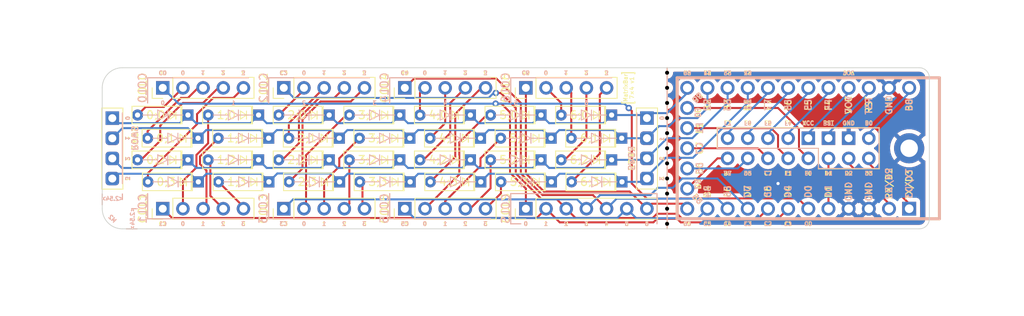
<source format=kicad_pcb>
(kicad_pcb (version 20211014) (generator pcbnew)
  (layers (0 "F.Cu" signal) (31 "B.Cu" signal) (34 "B.Paste" user) (35 "F.Paste" user) (36 "B.SilkS" user "B.Silkscreen") (37 "F.SilkS" user "F.Silkscreen") (38 "B.Mask" user) (39 "F.Mask" user) (44 "Edge.Cuts" user))
  (net 0 "")
  (net 1 "/r0")
  (net 2 "Net-(0;0-Pad2)")
  (net 3 "/r1")
  (net 4 "Net-(0;1-Pad2)")
  (net 5 "Net-(0;2-Pad2)")
  (net 6 "Net-(0;3-Pad2)")
  (net 7 "Net-(1;0-Pad2)")
  (net 8 "Net-(1;1-Pad2)")
  (net 9 "Net-(1;2-Pad2)")
  (net 10 "/r2")
  (net 11 "Net-(1;3-Pad2)")
  (net 12 "Net-(2;0-Pad2)")
  (net 13 "Net-(2;1-Pad2)")
  (net 14 "Net-(2;2-Pad2)")
  (net 15 "Net-(2;3-Pad2)")
  (net 16 "Net-(3;0-Pad2)")
  (net 17 "/r3")
  (net 18 "Net-(3;1-Pad2)")
  (net 19 "Net-(3;2-Pad2)")
  (net 20 "Net-(3;3-Pad2)")
  (net 21 "/c0")
  (net 22 "/c1")
  (net 23 "/c2")
  (net 24 "/c3")
  (net 25 "/c4")
  (net 26 "Net-(4;0-Pad2)")
  (net 27 "Net-(4;1-Pad2)")
  (net 28 "Net-(4;2-Pad2)")
  (net 29 "Net-(4;3-Pad2)")
  (net 30 "/c5")
  (net 31 "Net-(5;0-Pad2)")
  (net 32 "Net-(5;1-Pad2)")
  (net 33 "Net-(5;2-Pad2)")
  (net 34 "Net-(5;3-Pad2)")
  (net 35 "/c6")
  (net 36 "Net-(6;0-Pad2)")
  (net 37 "Net-(6;1-Pad2)")
  (net 38 "Net-(6;2-Pad2)")
  (net 39 "Net-(6;3-Pad2)")
  (net 40 "/gnd")
  (net 41 "/pd3")
  (net 42 "/pb0")
  (net 43 "/rst")
  (net 44 "/vcc")
  (net 45 "/pf4")
  (net 46 "/pf5")
  (net 47 "/pf6")
  (net 48 "/pf7")
  (net 49 "/pd2")
  (net 50 "/pd1")
  (net 51 "/pb7")
  (net 52 "/pd5")
  (net 53 "/pc7")
  (net 54 "/pf1")
  (net 55 "/pf0")
  (footprint "MountingHole:MountingHole_2.2mm_M2_DIN965" (layer "F.Cu") (at 30.48 60.96)
    (fp_text reference "H3" hide)
    (fp_text value "MountingHole")
  )
  (footprint "Library:breakaway-hole" (layer "F.Cu") (at 99.06 62.865)
    (fp_text reference "REF**" hide)
    (fp_text value "breakaway-hole" hide)
  )
  (footprint "Library:PinHeader_1x05_P2.54mm_Vertical" (layer "F.Cu") (at 81.28 60.96 90)
    (fp_text reference "COL6")
    (fp_text value "COL6")
  )
  (footprint "Library:Diode" (layer "F.Cu") (at 93.379308 72.813285 -90)
    (fp_text reference "6;3")
    (fp_text value "D")
  )
  (footprint "Library:Diode" (layer "F.Cu") (at 47.625 64.389 -90)
    (fp_text reference "1;0")
    (fp_text value "D")
  )
  (footprint "Library:Diode" (layer "F.Cu") (at 83.185 70.036228 -90)
    (fp_text reference "5;2")
    (fp_text value "D")
  )
  (footprint "Library:PinHeader_1x05_P2.54mm_Vertical" (layer "F.Cu") (at 35.56 76.2 90)
    (fp_text reference "COL1")
    (fp_text value "COL1")
  )
  (footprint "Library:Diode" (layer "F.Cu") (at 48.895 67.31 -90)
    (fp_text reference "1;1")
    (fp_text value "D")
  )
  (footprint "Library:Diode" (layer "F.Cu") (at 84.455 67.31 -90)
    (fp_text reference "5;1")
    (fp_text value "D")
  )
  (footprint "Library:breakaway-hole" (layer "F.Cu") (at 99.06 68.58)
    (fp_text reference "REF**" hide)
    (fp_text value "breakaway-hole" hide)
  )
  (footprint "Library:breakaway-hole" (layer "F.Cu") (at 99.06 66.675)
    (fp_text reference "REF**" hide)
    (fp_text value "breakaway-hole" hide)
  )
  (footprint "Library:Diode" (layer "F.Cu") (at 56.515 70.036228 -90)
    (fp_text reference "2;2")
    (fp_text value "D")
  )
  (footprint "Library:breakaway-hole" (layer "F.Cu") (at 99.06 76.2)
    (fp_text reference "REF**" hide)
    (fp_text value "breakaway-hole" hide)
  )
  (footprint "Library:PinHeader_1x05_P2.54mm_Vertical" (layer "F.Cu") (at 50.8 60.96 90)
    (fp_text reference "COL2")
    (fp_text value "COL2")
  )
  (footprint "Library:breakaway-hole" (layer "F.Cu") (at 99.06 70.485)
    (fp_text reference "REF**" hide)
    (fp_text value "breakaway-hole" hide)
  )
  (footprint "Library:Diode" (layer "F.Cu") (at 93.345 67.31 -90)
    (fp_text reference "6;1")
    (fp_text value "D")
  )
  (footprint "Library:PinSocket_2x08_P2.54mm_Bespoke" (layer "F.Cu") (at 124.46 69.85 -90)
    (fp_text reference "J2" hide)
    (fp_text value "Conn_02x08_Counter_Clockwise")
  )
  (footprint "Library:Diode" (layer "F.Cu") (at 56.515 64.389 -90)
    (fp_text reference "2;0")
    (fp_text value "D")
  )
  (footprint "Library:Diode" (layer "F.Cu") (at 48.929308 72.813285 -90)
    (fp_text reference "1;3")
    (fp_text value "D")
  )
  (footprint "Library:Diode" (layer "F.Cu") (at 40.005 67.31 -90)
    (fp_text reference "0;1")
    (fp_text value "D")
  )
  (footprint "Library:Diode" (layer "F.Cu") (at 47.625 70.036228 -90)
    (fp_text reference "1;2")
    (fp_text value "D")
  )
  (footprint "Library:PinHeader_1x05_P2.54mm_Vertical" (layer "F.Cu") (at 66.04 76.2 90)
    (fp_text reference "COL5")
    (fp_text value "COL5")
  )
  (footprint "Library:Diode" (layer "F.Cu") (at 57.785 67.31 -90)
    (fp_text reference "2;1")
    (fp_text value "D")
  )
  (footprint "Library:Diode" (layer "F.Cu") (at 92.075 70.036228 -90)
    (fp_text reference "6;2")
    (fp_text value "D")
  )
  (footprint "Library:breakaway-hole" (layer "F.Cu") (at 99.06 78.105)
    (fp_text reference "REF**" hide)
    (fp_text value "breakaway-hole" hide)
  )
  (footprint "Library:PinSocket_1x04_P2.54mm_Vertical_LongPads" (layer "F.Cu") (at 96.52 64.77)
    (fp_text reference "ROWS1" hide)
    (fp_text value "PINSOCKET" hide)
  )
  (footprint "Library:Diode" (layer "F.Cu") (at 75.565 67.31 -90)
    (fp_text reference "4;1")
    (fp_text value "D")
  )
  (footprint "Library:Diode" (layer "F.Cu") (at 74.295 70.036228 -90)
    (fp_text reference "4;2")
    (fp_text value "D")
  )
  (footprint "Library:Diode" (layer "F.Cu") (at 66.709308 72.813285 -90)
    (fp_text reference "3;3")
    (fp_text value "D")
  )
  (footprint "Library:Diode" (layer "F.Cu") (at 40.039308 72.813285 -90)
    (fp_text reference "0;3")
    (fp_text value "D")
  )
  (footprint "Library:Diode" (layer "F.Cu") (at 57.819308 72.813285 -90)
    (fp_text reference "2;3")
    (fp_text value "D")
  )
  (footprint "Library:PinHeader_1x05_P2.54mm_Vertical" (layer "F.Cu") (at 35.56 60.96 90)
    (fp_text reference "COL0")
    (fp_text value "COL0")
  )
  (footprint "Library:Diode" (layer "F.Cu") (at 38.735 64.389 -90)
    (fp_text reference "0;0")
    (fp_text value "D")
  )
  (footprint "Library:Diode" (layer "F.Cu") (at 74.295 64.389 -90)
    (fp_text reference "4;0")
    (fp_text value "D")
  )
  (footprint "MountingHole:MountingHole_2.2mm_M2_DIN965_Pad" (layer "F.Cu") (at 129.54 68.58)
    (fp_text reference "H1" hide)
    (fp_text value "MountingHole")
  )
  (footprint "Library:PinHeader_1x05_P2.54mm_Vertical" (layer "F.Cu") (at 50.8 76.2 90)
    (fp_text reference "COL3")
    (fp_text value "COL3")
  )
  (footprint "Library:Diode" (layer "F.Cu") (at 75.599308 72.813285 -90)
    (fp_text reference "4;3")
    (fp_text value "D")
  )
  (footprint "Library:breakaway-hole" (layer "F.Cu") (at 99.06 72.39)
    (fp_text reference "REF**" hide)
    (fp_text value "breakaway-hole" hide)
  )
  (footprint "Library:breakaway-hole" (layer "F.Cu") (at 99.06 60.96)
    (fp_text reference "REF**" hide)
    (fp_text value "breakaway-hole" hide)
  )
  (footprint "Library:breakaway-hole" (layer "F.Cu") (at 99.06 59.055)
    (fp_text reference "REF**" hide)
    (fp_text value "breakaway-hole" hide)
  )
  (footprint "Library:Diode" (layer "F.Cu") (at 38.735 70.036228 -90)
    (fp_text reference "0;2")
    (fp_text value "D")
  )
  (footprint "MountingHole:MountingHole_2.2mm_M2_DIN965" (layer "F.Cu") (at 30.48 76.2)
    (fp_text reference "H4" hide)
    (fp_text value "MountingHole")
  )
  (footprint "Library:breakaway-hole" (layer "F.Cu") (at 99.06 64.77)
    (fp_text reference "REF**" hide)
    (fp_text value "breakaway-hole" hide)
  )
  (footprint "Connector_PinHeader_2.54mm:PinHeader_1x07_P2.54mm_Vertical" (layer "F.Cu") (at 81.28 76.2 90)
    (fp_text reference "COLUMNS1" hide)
    (fp_text value "PINSOCKET")
  )
  (footprint "Library:Diode" (layer "F.Cu") (at 83.185 64.389 -90)
    (fp_text reference "5;0")
    (fp_text value "D")
  )
  (footprint "Library:Diode" (layer "F.Cu") (at 92.075 64.389 -90)
    (fp_text reference "6;0")
    (fp_text value "D")
  )
  (footprint "Library:breakaway-hole" (layer "F.Cu") (at 99.06 74.295)
    (fp_text reference "REF**" hide)
    (fp_text value "breakaway-hole" hide)
  )
  (footprint "Library:Diode" (layer "F.Cu") (at 65.405 64.389 -90)
    (fp_text reference "3;0")
    (fp_text value "D")
  )
  (footprint "Library:Diode" (layer "F.Cu") (at 66.675 67.31 -90)
    (fp_text reference "3;1")
    (fp_text value "D")
  )
  (footprint "Library:PinHeader_1x05_P2.54mm_Vertical" (layer "F.Cu") (at 66.04 60.96 90)
    (fp_text reference "COL4")
    (fp_text value "COL4")
  )
  (footprint "Library:Diode" (layer "F.Cu") (at 65.405 70.036228 -90)
    (fp_text reference "3;2")
    (fp_text value "D")
  )
  (footprint "Library:PinSocket_1x04_P2.54mm_Vertical_LongPads" (layer "F.Cu") (at 29.21 64.78)
    (fp_text reference "ROWS2" hide)
    (fp_text value "PINSOCKET" hide)
  )
  (footprint "MountingHole:MountingHole_2.2mm_M2_DIN965" (layer "F.Cu") (at 96.52 60.96)
    (fp_text reference "H2" hide)
    (fp_text value "MountingHole")
  )
  (footprint "Library:Diode" (layer "F.Cu") (at 84.489308 72.813285 -90)
    (fp_text reference "5;3")
    (fp_text value "D")
  )
  (footprint "3dmodels:Elite-C" (layer "B.Cu") (at 115.57 68.58 180)
    (fp_text reference "U1" hide)
    (fp_text value "Elite-C" hide)
  )
  (gr_line (start 48.895 59.69) (end 61.595 59.69) (layer "B.SilkS") (width 0.15))
  (gr_line (start 79.375 59.69) (end 92.075 59.69) (layer "B.SilkS") (width 0.15))
  (gr_line (start 48.895 77.47) (end 61.595 77.47) (layer "B.SilkS") (width 0.15))
  (gr_line (start 79.375 62.865) (end 79.375 59.69) (layer "B.SilkS") (width 0.15))
  (gr_line (start 33.655 77.47) (end 46.99 77.47) (layer "B.SilkS") (width 0.15))
  (gr_line (start 30.48 64.135) (end 30.48 73.025) (layer "B.SilkS") (width 0.15))
  (gr_line (start 95.25 64.135) (end 95.25 73.025) (layer "B.SilkS") (width 0.15))
  (gr_line (start 64.135 59.69) (end 76.835 59.69) (layer "B.SilkS") (width 0.15))
  (gr_line (start 33.655 74.295) (end 33.655 77.47) (layer "B.SilkS") (width 0.15))
  (gr_line (start 97.79 74.295) (end 97.79 78.105) (layer "B.SilkS") (width 0.15))
  (gr_line (start 48.895 74.295) (end 48.895 77.47) (layer "B.SilkS") (width 0.15))
  (gr_line (start 79.375 78.105) (end 79.375 74.295) (layer "B.SilkS") (width 0.15))
  (gr_line (start 79.375 74.295) (end 97.79 74.295) (layer "B.SilkS") (width 0.15))
  (gr_line (start 48.895 62.865) (end 48.895 59.69) (layer "B.SilkS") (width 0.15))
  (gr_line (start 99.06 58.42) (end 99.06 78.74) (layer "B.SilkS") (width 0.15))
  (gr_line (start 33.655 59.69) (end 46.355 59.69) (layer "B.SilkS") (width 0.15))
  (gr_line (start 79.375 78.105) (end 80.645 78.105) (layer "B.SilkS") (width 0.15))
  (gr_line (start 64.135 62.865) (end 64.135 59.69) (layer "B.SilkS") (width 0.15))
  (gr_line (start 64.135 74.295) (end 64.135 77.47) (layer "B.SilkS") (width 0.15))
  (gr_line (start 64.135 77.47) (end 76.835 77.47) (layer "B.SilkS") (width 0.15))
  (gr_line (start 33.655 62.865) (end 33.655 59.69) (layer "B.SilkS") (width 0.15))
  (gr_line (start 93.345 62.865) (end 94.996 62.865) (layer "F.SilkS") (width 0.15))
  (gr_line (start 94.996 62.865) (end 94.996 62.738) (layer "F.SilkS") (width 0.15))
  (gr_line (start 93.345 62.738) (end 93.345 62.865) (layer "F.SilkS") (width 0.15))
  (gr_line (start 94.996 59.055) (end 94.996 59.182) (layer "F.SilkS") (width 0.15))
  (gr_line (start 99.06 58.42) (end 99.06 78.74) (layer "F.SilkS") (width 0.15))
  (gr_line (start 93.345 59.182) (end 93.345 59.055) (layer "F.SilkS") (width 0.15))
  (gr_line (start 93.345 59.055) (end 94.996 59.055) (layer "F.SilkS") (width 0.15))
  (gr_line (start 132.08 77.47) (end 132.08 59.69) (layer "Edge.Cuts") (width 0.1))
  (gr_line (start 30.48 78.74) (end 130.81 78.74) (layer "Edge.Cuts") (width 0.1))
  (gr_line (start 130.81 58.42) (end 30.48 58.42) (layer "Edge.Cuts") (width 0.1))
  (gr_line (start 27.94 60.96) (end 27.94 76.2) (layer "Edge.Cuts") (width 0.1))
  (gr_arc (start 130.81 58.42) (mid 131.708026 58.791974) (end 132.08 59.69) (layer "Edge.Cuts") (width 0.1))
  (gr_arc (start 30.48 78.74) (mid 28.683949 77.996051) (end 27.94 76.2) (layer "Edge.Cuts") (width 0.1))
  (gr_arc (start 132.08 77.47) (mid 131.708026 78.368026) (end 130.81 78.74) (layer "Edge.Cuts") (width 0.1))
  (gr_arc (start 27.94 60.96) (mid 28.683949 59.163949) (end 30.48 58.42) (layer "Edge.Cuts") (width 0.1))
  (gr_text "1" (at 55.870433 59.035106 -180) (layer "B.SilkS") (effects (font (size 0.5 0.5) (thickness 0.125)) (justify mirror)))
  (gr_text "2" (at 43.160314 59.035106 -180) (layer "B.SilkS") (effects (font (size 0.5 0.5) (thickness 0.125)) (justify mirror)))
  (gr_text "C3" (at 109.22 78.105) (layer "B.SilkS") (effects (font (size 0.5 0.5) (thickness 0.125)) (justify mirror)))
  (gr_text "COL1" (at 33.02 76.2 90) (layer "B.SilkS") (effects (font (size 1 1)) (justify mirror)))
  (gr_text "2" (at 31.115 69.89 -90) (layer "B.SilkS") (effects (font (size 0.5 0.5) (thickness 0.125)) (justify mirror)))
  (gr_text "C2" (at 50.765549 59.035106 -180) (layer "B.SilkS") (effects (font (size 0.5 0.5) (thickness 0.125)) (justify mirror)))
  (gr_text "C5" (at 104.13446 78.095614) (layer "B.SilkS") (effects (font (size 0.5 0.5) (thickness 0.125)) (justify mirror)))
  (gr_text "C1" (at 114.275504 78.095614) (layer "B.SilkS") (effects (font (size 0.5 0.5) (thickness 0.125)) (justify mirror)))
  (gr_text "2" (at 86.326103 78.100286) (layer "B.SilkS") (effects (font (size 0.5 0.5) (thickness 0.125)) (justify mirror)))
  (gr_text "4" (at 71.12 62.865) (layer "B.SilkS") (effects (font (size 0.5 0.5) (thickness 0.125)) (justify mirror)))
  (gr_text "COL3" (at 48.211529 76.179532 90) (layer "B.SilkS") (effects (font (size 1 1)) (justify mirror)))
  (gr_text "1" (at 83.791025 78.100286) (layer "B.SilkS") (effects (font (size 0.5 0.5) (thickness 0.125)) (justify mirror)))
  (gr_text "0" (at 35.56 62.865) (layer "B.SilkS") (effects (font (size 0.5 0.5) (thickness 0.125)) (justify mirror)))
  (gr_text "1" (at 71.115632 78.100286) (layer "B.SilkS") (effects (font (size 0.5 0.5) (thickness 0.125)) (justify mirror)))
  (gr_text "GND" (at 121.918031 65.395614 180) (layer "B.SilkS") (effects (font (size 0.5 0.5) (thickness 0.125)) (justify mirror)))
  (gr_text "1" (at 40.625235 78.100286) (layer "B.SilkS") (effects (font (size 0.5 0.5) (thickness 0.125)) (justify mirror)))
  (gr_text "0" (at 81.255946 78.100286) (layer "B.SilkS") (effects (font (size 0.5 0.5) (thickness 0.125)) (justify mirror)))
  (gr_text "ROWS" (at 94.615 69.85 90) (layer "B.SilkS") (effects (font (size 0.75 0.75)) (justify mirror)))
  (gr_text "2" (at 88.895909 59.035106 -180) (layer "B.SilkS") (effects (font (size 0.5 0.5) (thickness 0.125)) (justify mirror)))
  (gr_text "2" (at 58.405512 59.035106 -180) (layer "B.SilkS") (effects (font (size 0.5 0.5) (thickness 0.125)) (justify mirror)))
  (gr_text "1" (at 31.115 67.31 -90) (layer "B.SilkS") (effects (font (size 0.5 0.5) (thickness 0.125)) (justify mirror)))
  (gr_text "F4" (at 114.3 65.405 180) (layer "B.SilkS") (effects (font (size 0.5 0.5) (thickness 0.125)) (justify mirror)))
  (gr_text "D5" (at 109.22 71.755) (layer "B.SilkS") (effects (font (size 0.5 0.5) (thickness 0.125)) (justify mirror)))
  (gr_text "C0" (at 35.555078 59.035106 -180) (layer "B.SilkS") (effects (font (size 0.5 0.5) (thickness 0.125)) (justify mirror)))
  (gr_text "0" (at 83.791025 59.035106 -180) (layer "B.SilkS") (effects (font (size 0.5 0.5) (thickness 0.125)) (justify mirror)))
  (gr_text "COL4" (at 63.463672 60.927388 90) (layer "B.SilkS") (effects (font (size 1 1)) (justify mirror)))
  (gr_text "C1" (at 35.56 78.105) (layer "B.SilkS") (effects (font (size 0.5 0.5) (thickness 0.125)) (justify mirror)))
  (gr_text "C4" (at 66.010748 59.035106 -180) (layer "B.SilkS") (effects (font (size 0.5 0.5) (thickness 0.125)) (justify mirror)))
  (gr_text "3" (at 62.23 62.865) (layer "B.SilkS") (effects (font (size 0.5 0.5) (thickness 0.125)) (justify mirror)))
  (gr_text "2" (at 58.405512 78.100286) (layer "B.SilkS") (effects (font (size 0.5 0.5) (thickness 0.125)) (justify mirror)))
  (gr_text "COL0" (at 33.006043 60.959999 90) (layer "B.SilkS") (effects (font (size 1 1)) (justify mirror)))
  (gr_text "COLS" (at 78.74 76.2 90) (layer "B.SilkS") (effects (font (size 1 1)) (justify mirror)))
  (gr_text "D2" (at 121.92 71.755) (layer "B.SilkS") (effects (font (size 0.5 0.5) (thickness 0.125)) (justify mirror)))
  (gr_text "3" (at 88.895909 78.100286) (layer "B.SilkS") (effects (font (size 0.5 0.5) (thickness 0.125)) (justify mirror)))
  (gr_text "R3" (at 109.22 59.055 180) (layer "B.SilkS") (effects (font (size 0.5 0.5) (thickness 0.125)) (justify mirror)))
  (gr_text "1" (at 40.625235 59.035106 -180) (layer "B.SilkS") (effects (font (size 0.5 0.5) (thickness 0.125)) (justify mirror)))
  (gr_text "5" (at 80.01 62.865) (layer "B.SilkS") (effects (font (size 0.5 0.5) (thickness 0.125)) (justify mirror)))
  (gr_text "C3" (at 50.765549 78.100286) (layer "B.SilkS") (effects (font (size 0.5 0.5) (thickness 0.125)) (justify mirror)))
  (gr_text "3" (at 91.430987 59.035106 -180) (layer "B.SilkS") (effects (font (size 0.5 0.5) (thickness 0.125)) (justify mirror)))
  (gr_text "1" (at 98.425 67.437 90) (layer "B.SilkS") (effects (font (size 0.5 0.5) (thickness 0.125)) (justify mirror)))
  (gr_text "0" (at 38.090157 59.035106 -180) (layer "B.SilkS") (effects (font (size 0.5 0.5) (thickness 0.125)) (justify mirror)))
  (gr_text "B0" (at 124.46 65.405 180) (layer "B.SilkS") (effects (font (size 0.5 0.5) (thickness 0.125)) (justify mirror)))
  (gr_text "6" (at 88.9 62.865) (layer "B.SilkS") (effects (font (size 0.5 0.5) (thickness 0.125)) (justify mirror)))
  (gr_text "3" (at 45.695392 59.035106 -180) (layer "B.SilkS") (effects (font (size 0.5 0.5) (thickness 0.125)) (justify mirror)))
  (gr_text "3" (at 45.695392 78.100286) (layer "B.SilkS") (effects (font (size 0.5 0.5) (thickness 0.125)) (justify mirror)))
  (gr_text "M2" (at 29.21 77.47 315) (layer "B.SilkS") (effects (font (size 0.5 0.5) (thickness 0.125)) (justify mirror)))
  (gr_text "F1" (at 114.3 71.755) (layer "B.SilkS") (effects (font (size 0.5 0.5) (thickness 0.125)) (justify mirror)))
  (gr_text "0" (at 53.335355 59.035106 -180) (layer "B.SilkS") (effects (font (size 0.5 0.5) (thickness 0.125)) (justify mirror)))
  (gr_text "2" (at 73.65071 78.100286) (layer "B.SilkS") (effects (font (size 0.5 0.5) (thickness 0.125)) (justify mirror)))
  (gr_text "1" (at 71.115632 59.035106 -180) (layer "B.SilkS") (effects (font (size 0.5 0.5) (thickness 0.125)) (justify mirror)))
  (gr_text "F0" (at 116.84 71.755) (layer "B.SilkS") (effects (font (size 0.5 0.5) (thickness 0.125)) (justify mirror)))
  (gr_text "2" (at 53.34 62.865) (layer "B.SilkS") (effects (font (size 0.5 0.5) (thickness 0.125)) (justify mirror)))
  (gr_text "COL2" (at 48.26 60.96 90) (layer "B.SilkS") (effects (font (size 1 1)) (justify mirror)))
  (gr_text "3" (at 60.940591 59.035106 -180) (layer "B.SilkS") (effects (font (size 0.5 0.5) (thickness 0.125)) (justify mirror)))
  (gr_text "3" (at 98.425 72.39 90) (layer "B.SilkS") (effects (font (size 0.5 0.5) (thickness 0.125)) (justify mirror)))
  (gr_text "0" (at 68.545826 78.100286) (layer "B.SilkS") (effects (font (size 0.5 0.5) (thickness 0.125)) (justify mirror)))
  (gr_text "2" (at 98.425 69.88 90) (layer "B.SilkS") (effects (font (size 0.5 0.5) (thickness 0.125)) (justify mirror)))
  (gr_text "VCC" (at 121.92 59.055 180) (layer "B.SilkS") (effects (font (size 0.5 0.5) (thickness 0.125)) (justify mirror)))
  (gr_text "3" (at 60.940591 78.100286) (layer "B.SilkS") (effects (font (size 0.5 0.5) (thickness 0.125)) (justify mirror)))
  (gr_text "COL6" (at 78.715816 60.927388 90) (layer "B.SilkS") (effects (font (size 1 1)) (justify mirror)))
  (gr_text "C6" (at 101.6 78.105) (layer "B.SilkS") (effects (font (size 0.5 0.5) (thickness 0.125)) (justify mirror)))
  (gr_text "0" (at 98.425 64.77 90) (layer "B.SilkS") (effects (font (size 0.5 0.5) (thickness 0.125)) (justify mirror)))
  (gr_text "1" (at 44.45 62.865) (layer "B.SilkS") (effects (font (size 0.5 0.5) (thickness 0.125)) (justify mirror)))
  (gr_text "0" (at 31.115 64.78 -90) (layer "B.SilkS") (effects (font (size 0.5 0.5) (thickness 0.125)) (justify mirror)))
  (gr_text "D1" (at 119.38 71.755) (layer "B.SilkS") (effects (font (size 0.5 0.5) (thickness 0.125)) (justify mirror)))
  (gr_text "3" (at 76.185789 78.100286) (layer "B.SilkS") (effects (font (size 0.5 0.5) (thickness 0.125)) (justify mirror)))
  (gr_text "1" (at 86.326103 59.035106 -180) (layer "B.SilkS") (effects (font (size 0.5 0.5) (thickness 0.125)) (justify mirror)))
  (gr_text "0" (at 38.090157 78.100286) (layer "B.SilkS") (effects (font (size 0.5 0.5) (thickness 0.125)) (justify mirror)))
  (gr_text "2" (at 43.160314 78.100286) (layer "B.SilkS") (effects (font (size 0.5 0.5) (thickness 0.125)) (justify mirror)))
  (gr_text "R0" (at 101.6 59.055 180) (layer "B.SilkS") (effects (font (size 0.5 0.5) (thickness 0.125)) (justify mirror)))
  (gr_text "ROWS" (at 32.004 67.31 270) (layer "B.SilkS") (effects (font (size 0.75 0.75)) (justify mirror)))
  (gr_text "C2" (at 111.76 78.105) (layer "B.SilkS") (effects (font (size 0.5 0.5) (thickness 0.125)) (justify mirror)))
  (gr_text "5" (at 93.966066 78.100286) (layer "B.SilkS") (effects (font (size 0.5 0.5) (thickness 0.125)) (justify mirror)))
  (gr_text "D3" (at 124.46 71.755) (layer "B.SilkS") (effects (font (size 0.5 0.5) (thickness 0.125)) (justify mirror)))
  (gr_text "6" (at 96.501144 78.100286) (layer "B.SilkS") (effects (font (size 0.5 0.5) (thickness 0.125)) (justify mirror)))
  (gr_text "1" (at 55.870433 78.100286) (layer "B.SilkS") (effects (font (size 0.5 0.5) (thickness 0.125)) (justify mirror)))
  (gr_text "B7\n" (at 106.657473 71.73989) (layer "B.SilkS") (effects (font (size 0.5 0.5) (thickness 0.125)) (justify mirror)))
  (gr_text "3" (at 31.115 72.39 -90) (layer "B.SilkS") (effects (font (size 0.5 0.5) (thickness 0.125)) (justify mirror)))
  (gr_text "R1" (at 104.14 59.055 180) (layer "B.SilkS") (effects (font (size 0.5 0.5) (thickness 0.125)) (justify mirror)))
  (gr_text "0" (at 53.34 78.105) (layer "B.SilkS") (effects (font (size 0.5 0.5) (thickness 0.125)) (justify mirror)))
  (gr_text "C7" (at 111.76 71.755) (layer "B.SilkS") (effects (font (size 0.5 0.5) (thickness 0.125)) (justify mirror)))
  (gr_text "F6" (at 109.22 65.405 180) (layer "B.SilkS") (effects (font (size 0.5 0.5) (thickness 0.125)) (justify mirror)))
  (gr_text "R2" (at 106.68 59.055 180) (layer "B.SilkS") (effects (font (size 0.5 0.5) (thickness 0.125)) (justify mirror)))
  (gr_text "F7" (at 106.68 65.405 180) (layer "B.SilkS") (effects (font (size 0.5 0.5) (thickness 0.125)) (justify mirror)))
  (gr_text "RST" (at 119.38 65.405 180) (layer "B.SilkS") (effects (font (size 0.5 0.5) (thickness 0.125)) (justify mirror)))
  (gr_text "F5" (at 111.76 65.405 180) (layer "B.SilkS") (effects (font (size 0.5 0.5) (thickness 0.125)) (justify mirror)))
  (gr_text "4" (at 91.430987 78.100286) (layer "B.SilkS") (effects (font (size 0.5 0.5) (thickness 0.125)) (justify mirror)))
  (gr_text "COL5" (at 63.463672 76.179532 90) (layer "B.SilkS") (effects (font (size 1 1)) (justify mirror)))
  (gr_text "3" (at 76.185789 59.035106 -180) (layer "B.SilkS") (effects (font (size 0.5 0.5) (thickness 0.125)) (justify mirror)))
  (gr_text "2" (at 73.65071 59.035106 -180) (layer "B.SilkS") (effects (font (size 0.5 0.5) (thickness 0.125)) (justify mirror)))
  (gr_text "VCC" (at 116.84 65.405 180) (layer "B.SilkS") (effects (font (size 0.5 0.5) (thickness 0.125)) (justify mirror)))
  (gr_text "0" (at 68.545826 59.035106 -180) (layer "B.SilkS") (effects (font (size 0.5 0.5) (thickness 0.125)) (justify mirror)))
  (gr_text "C0" (at 116.84 78.095614) (layer "B.SilkS") (effects (font (size 0.5 0.5) (thickness 0.125)) (justify mirror)))
  (gr_text "C4" (at 106.657473 78.095614) (layer "B.SilkS") (effects (font (size 0.5 0.5) (thickness 0.125)) (justify mirror)))
  (gr_text "C6" (at 81.255946 59.035106 -180) (layer "B.SilkS") (effects (font (size 0.5 0.5) (thickness 0.125)) (justify mirror)))
  (gr_text "C5" (at 66.04 78.105) (layer "B.SilkS") (effects (font (size 0.5 0.5) (thickness 0.125)) (justify mirror)))
  (gr_text "C0" (at 35.56 59.055 180) (layer "F.SilkS") (effects (font (size 0.5 0.5) (thickness 0.125))))
  (gr_text "ROWS" (at 32.004 67.31 270) (layer "F.SilkS") (effects (font (size 0.75 0.75))))
  (gr_text "2" (at 43.18 59.055 180) (layer "F.SilkS") (effects (font (size 0.5 0.5) (thickness 0.125))))
  (gr_text "2" (at 43.18 78.105) (layer "F.SilkS") (effects (font (size 0.5 0.5) (thickness 0.125))))
  (gr_text "0" (at 31.115 64.78 270) (layer "F.SilkS") (effects (font (size 0.5 0.5) (thickness 0.125))))
  (gr_text "D2" (at 121.92 71.755) (layer "F.SilkS") (effects (font (size 0.5 0.5) (thickness 0.125))))
  (gr_text "F5" (at 111.76 65.405) (layer "F.SilkS") (effects (font (size 0.5 0.5) (thickness 0.125))))
  (gr_text "D5" (at 109.22 71.755) (layer "F.SilkS") (effects (font (size 0.5 0.5) (thickness 0.125))))
  (gr_text "C7" (at 111.76 71.755) (layer "F.SilkS") (effects (font (size 0.5 0.5) (thickness 0.125))))
  (gr_text "R1" (at 104.14 59.055 180) (layer "F.SilkS") (effects (font (size 0.5 0.5) (thickness 0.125))))
  (gr_text "0" (at 53.34 78.105) (layer "F.SilkS") (effects (font (size 0.5 0.5) (thickness 0.125))))
  (gr_text "1" (at 71.12 78.105) (layer "F.SilkS") (effects (font (size 0.5 0.5) (thickness 0.125))))
  (gr_text "C3" (at 109.22 78.105) (layer "F.SilkS") (effects (font (size 0.5 0.5) (thickness 0.125))))
  (gr_text "2" (at 98.425 69.88 90) (layer "F.SilkS") (effects (font (size 0.5 0.5) (thickness 0.125))))
  (gr_text "0" (at 68.58 78.105) (layer "F.SilkS") (effects (font (size 0.5 0.5) (thickness 0.125))))
  (gr_text "C3" (at 50.8 78.105) (layer "F.SilkS") (effects (font (size 0.5 0.5) (thickness 0.125))))
  (gr_text "0" (at 98.425 64.77 90) (layer "F.SilkS") (effects (font (size 0.5 0.5) (thickness 0.125))))
  (gr_text "F1" (at 114.3 71.755) (layer "F.SilkS") (effects (font (size 0.5 0.5) (thickness 0.125))))
  (gr_text "3" (at 45.72 59.055 180) (layer "F.SilkS") (effects (font (size 0.5 0.5) (thickness 0.125))))
  (gr_text "B7\n" (at 106.68 71.755) (layer "F.SilkS") (effects (font (size 0.5 0.5) (thickness 0.125))))
  (gr_text "4" (at 91.44 78.105) (layer "F.SilkS") (effects (font (size 0.5 0.5) (thickness 0.125))))
  (gr_text "C0" (at 116.84 78.105) (layer "F.SilkS") (effects (font (size 0.5 0.5) (thickness 0.125))))
  (gr_text "2" (at 58.42 59.055 180) (layer "F.SilkS") (effects (font (size 0.5 0.5) (thickness 0.125))))
  (gr_text "3" (at 45.72 78.105) (layer "F.SilkS") (effects (font (size 0.5 0.5) (thickness 0.125))))
  (gr_text "GND" (at 121.92 65.405) (layer "F.SilkS") (effects (font (size 0.5 0.5) (thickness 0.125))))
  (gr_text "B0" (at 124.46 65.405) (layer "F.SilkS") (effects (font (size 0.5 0.5) (thickness 0.125))))
  (gr_text "0" (at 38.1 59.055 180) (layer "F.SilkS") (effects (font (size 0.5 0.5) (thickness 0.125))))
  (gr_text "1" (at 31.115 67.31 270) (layer "F.SilkS") (effects (font (size 0.5 0.5) (thickness 0.125))))
  (gr_text "2" (at 73.66 59.055 180) (layer "F.SilkS") (effects (font (size 0.5 0.5) (thickness 0.125))))
  (gr_text "6" (at 96.52 78.105) (layer "F.SilkS") (effects (font (size 0.5 0.5) (thickness 0.125))))
  (gr_text "VCC" (at 121.92 59.055 180) (layer "F.SilkS") (effects (font (size 0.5 0.5) (thickness 0.125))))
  (gr_text "0" (at 38.1 78.105) (layer "F.SilkS") (effects (font (size 0.5 0.5) (thickness 0.125))))
  (gr_text "3" (at 91.44 59.055 180) (layer "F.SilkS") (effects (font (size 0.5 0.5) (thickness 0.125))))
  (gr_text "F6" (at 109.22 65.405) (layer "F.SilkS") (effects (font (size 0.5 0.5) (thickness 0.125))))
  (gr_text "D3" (at 124.46 71.755) (layer "F.SilkS") (effects (font (size 0.5 0.5) (thickness 0.125))))
  (gr_text "1" (at 40.64 78.105) (layer "F.SilkS") (effects (font (size 0.5 0.5) (thickness 0.125))))
  (gr_text "D1" (at 119.38 71.755) (layer "F.SilkS") (effects (font (size 0.5 0.5) (thickness 0.125))))
  (gr_text "VCC" (at 116.84 65.405) (layer "F.SilkS") (effects (font (size 0.5 0.5) (thickness 0.125))))
  (gr_text "3" (at 60.96 59.055 180) (layer "F.SilkS") (effects (font (size 0.5 0.5) (thickness 0.125))))
  (gr_text "1" (at 71.11 59.055 180) (layer "F.SilkS") (effects (font (size 0.5 0.5) (thickness 0.125))))
  (gr_text "C1" (at 114.3 78.105) (layer "F.SilkS") (effects (font (size 0.5 0.5) (thickness 0.125))))
  (gr_text "1" (at 55.88 78.105) (layer "F.SilkS") (effects (font (size 0.5 0.5) (thickness 0.125))))
  (gr_text "C2" (at 50.8 59.055 180) (layer "F.SilkS") (effects (font (size 0.5 0.5) (thickness 0.125))))
  (gr_text "C6" (at 101.6 78.105) (layer "F.SilkS") (effects (font (size 0.5 0.5) (thickness 0.125))))
  (gr_text "1" (at 83.82 78.105) (layer "F.SilkS") (effects (font (size 0.5 0.5) (thickness 0.125))))
  (gr_text "R0" (at 101.6 59.055 180) (layer "F.SilkS") (effects (font (size 0.5 0.5) (thickness 0.125))))
  (gr_text "3" (at 60.96 78.105) (layer "F.SilkS") (effects (font (size 0.5 0.5) (thickness 0.125))))
  (gr_text "C5" (at 66.04 78.105) (layer "F.SilkS") (effects (font (size 0.5 0.5) (thickness 0.125))))
  (gr_text "C4" (at 66.04 59.055 180) (layer "F.SilkS") (effects (font (size 0.5 0.5) (thickness 0.125))))
  (gr_text "ROWS" (at 94.615 69.85 90) (layer "F.SilkS") (effects (font (size 0.75 0.75))))
  (gr_text "3" (at 98.425 72.422285 90) (layer "F.SilkS") (effects (font (size 0.5 0.5) (thickness 0.125))))
  (gr_text "3" (at 76.2 78.105) (layer "F.SilkS") (effects (font (size 0.5 0.5) (thickness 0.125))))
  (gr_text "1" (at 86.35 59.055 180) (layer "F.SilkS") (effects (font (size 0.5 0.5) (thickness 0.125))))
  (gr_text "F0" (at 116.84 71.755) (layer "F.SilkS") (effects (font (size 0.5 0.5) (thickness 0.125))))
  (gr_text "MatrixBar\n7×4 v1\n" (at 94.234 60.96 90) (layer "F.SilkS") (effects (font (size 0.5 0.5) (thickness 0.1))))
  (gr_text "2" (at 86.36 78.105) (layer "F.SilkS") (effects (font (size 0.5 0.5) (thickness 0.125))))
  (gr_text "3" (at 88.9 78.105) (layer "F.SilkS") (effects (font (size 0.5 0.5) (thickness 0.125))))
  (gr_text "C4" (at 106.68 78.105) (layer "F.SilkS") (effects (font (size 0.5 0.5) (thickness 0.125))))
  (gr_text "3" (at 31.115 72.39 270) (layer "F.SilkS") (effects (font (size 0.5 0.5) (thickness 0.125))))
  (gr_text "2" (at 31.115 69.89 270) (layer "F.SilkS") (effects (font (size 0.5 0.5) (thickness 0.125))))
  (gr_text "0" (at 83.82 59.055 180) (layer "F.SilkS") (effects (font (size 0.5 0.5) (thickness 0.125))))
  (gr_text "2" (at 58.42 78.105) (layer "F.SilkS") (effects (font (size 0.5 0.5) (thickness 0.125))))
  (gr_text "RST" (at 119.38 65.405) (layer "F.SilkS") (effects (font (size 0.5 0.5) (thickness 0.125))))
  (gr_text "R2" (at 106.68 59.055 180) (layer "F.SilkS") (effects (font (size 0.5 0.5) (thickness 0.125))))
  (gr_text "2" (at 73.66 78.105) (layer "F.SilkS") (effects (font (size 0.5 0.5) (thickness 0.125))))
  (gr_text "R3" (at 109.22 59.055 180) (layer "F.SilkS") (effects (font (size 0.5 0.5) (thickness 0.125))))
  (gr_text "C6" (at 81.28 59.055 180) (layer "F.SilkS") (effects (font (size 0.5 0.5) (thickness 0.125))))
  (gr_text "0" (at 53.34 59.055 180) (layer "F.SilkS") (effects (font (size 0.5 0.5) (thickness 0.125))))
  (gr_text "1" (at 40.63 59.055 180) (layer "F.SilkS") (effects (font (size 0.5 0.5) (thickness 0.125))))
  (gr_text "COLS" (at 78.74 76.132228 90) (layer "F.SilkS") (effects (font (size 1 1))))
  (gr_text "0" (at 68.58 59.055 180) (layer "F.SilkS") (effects (font (size 0.5 0.5) (thickness 0.125))))
  (gr_text "2" (at 88.9 59.055 180) (layer "F.SilkS") (effects (font (size 0.5 0.5) (thickness 0.125))))
  (gr_text "C1" (at 35.56 78.105) (layer "F.SilkS") (effects (font (size 0.5 0.5) (thickness 0.125))))
  (gr_text "C5" (at 104.14 78.105) (layer "F.SilkS") (effects (font (size 0.5 0.5) (thickness 0.125))))
  (gr_text "1" (at 55.87 59.055 180) (layer "F.SilkS") (effects (font (size 0.5 0.5) (thickness 0.125))))
  (gr_text "C2" (at 111.76 78.105) (layer "F.SilkS") (effects (font (size 0.5 0.5) (thickness 0.125))))
  (gr_text "0" (at 81.28 78.105) (layer "F.SilkS") (effects (font (size 0.5 0.5) (thickness 0.125))))
  (gr_text "1" (at 98.425 67.427 90) (layer "F.SilkS") (effects (font (size 0.5 0.5) (thickness 0.125))))
  (gr_text "3" (at 76.2 59.055 180) (layer "F.SilkS") (effects (font (size 0.5 0.5) (thickness 0.125))))
  (gr_text "F7" (at 106.68 65.405) (layer "F.SilkS") (effects (font (size 0.5 0.5) (thickness 0.125))))
  (gr_text "F4" (at 114.3 65.405) (layer "F.SilkS") (effects (font (size 0.5 0.5) (thickness 0.125))))
  (gr_text "5" (at 93.98 78.105) (layer "F.SilkS") (effects (font (size 0.5 0.5) (thickness 0.125))))
  (dimension (type aligned) (layer "B.SilkS") (pts (xy 30.48 76.2) (xy 27.94 76.2)) (height 1.27) (gr_text "2.54" (at 29.21 74.93) (layer "B.SilkS") (effects (font (size 0.5 0.5) (thickness 0.15)) (justify mirror))) (format (units 3) (units_format 0) (precision 2)) (style (thickness 0.15) (arrow_length 0.4) (text_position_mode 1) (extension_height 0.58642) (extension_offset 0.5) keep_text_aligned))
  (dimension (type aligned) (layer "B.SilkS") (pts (xy 30.48 76.2) (xy 30.48 78.74)) (height -1.27) (gr_text "2.54" (at 31.75 77.47 90) (layer "B.SilkS") (effects (font (size 0.5 0.5) (thickness 0.15)) (justify mirror))) (format (units 3) (units_format 0) (precision 2)) (style (thickness 0.15) (arrow_length 0.3) (text_position_mode 1) (extension_height 0.58642) (extension_offset 0.5) keep_text_aligned))
  (segment (start 92.075 64.389) (end 96.139 64.389) (width 0.25) (layer "B.Cu") (net 1))
  (segment (start 56.515 64.389) (end 57.539511 65.413511) (width 0.25) (layer "B.Cu") (net 1))
  (segment (start 74.295 64.389) (end 75.319511 65.413511) (width 0.25) (layer "B.Cu") (net 1))
  (segment (start 57.539511 65.413511) (end 64.380489 65.413511) (width 0.25) (layer "B.Cu") (net 1))
  (segment (start 91.050489 65.413511) (end 92.075 64.389) (width 0.25) (layer "B.Cu") (net 1))
  (segment (start 38.735 64.389) (end 39.759511 65.413511) (width 0.25) (layer "B.Cu") (net 1))
  (segment (start 75.319511 65.413511) (end 82.160489 65.413511) (width 0.25) (layer "B.Cu") (net 1))
  (segment (start 99.049521 64.145479) (end 101.6 61.595) (width 0.25) (layer "B.Cu") (net 1))
  (segment (start 82.160489 65.413511) (end 83.185 64.389) (width 0.25) (layer "B.Cu") (net 1))
  (segment (start 37.710489 65.413511) (end 38.735 64.389) (width 0.25) (layer "B.Cu") (net 1))
  (segment (start 97.144521 64.145479) (end 99.049521 64.145479) (width 0.25) (layer "B.Cu") (net 1))
  (segment (start 83.185 64.389) (end 84.209511 65.413511) (width 0.25) (layer "B.Cu") (net 1))
  (segment (start 73.270489 65.413511) (end 74.295 64.389) (width 0.25) (layer "B.Cu") (net 1))
  (segment (start 29.843511 65.413511) (end 37.710489 65.413511) (width 0.25) (layer "B.Cu") (net 1))
  (segment (start 65.405 64.389) (end 66.429511 65.413511) (width 0.25) (layer "B.Cu") (net 1))
  (segment (start 47.625 64.389) (end 48.649511 65.413511) (width 0.25) (layer "B.Cu") (net 1))
  (segment (start 46.600489 65.413511) (end 47.625 64.389) (width 0.25) (layer "B.Cu") (net 1))
  (segment (start 84.209511 65.413511) (end 91.050489 65.413511) (width 0.25) (layer "B.Cu") (net 1))
  (segment (start 48.649511 65.413511) (end 55.490489 65.413511) (width 0.25) (layer "B.Cu") (net 1))
  (segment (start 55.490489 65.413511) (end 56.515 64.389) (width 0.25) (layer "B.Cu") (net 1))
  (segment (start 64.380489 65.413511) (end 65.405 64.389) (width 0.25) (layer "B.Cu") (net 1))
  (segment (start 39.759511 65.413511) (end 46.600489 65.413511) (width 0.25) (layer "B.Cu") (net 1))
  (segment (start 66.429511 65.413511) (end 73.270489 65.413511) (width 0.25) (layer "B.Cu") (net 1))
  (segment (start 32.385 64.389) (end 33.409511 63.364489) (width 0.25) (layer "F.Cu") (net 2))
  (segment (start 33.409511 63.364489) (end 35.695511 63.364489) (width 0.25) (layer "F.Cu") (net 2))
  (segment (start 35.695511 63.364489) (end 38.1 60.96) (width 0.25) (layer "F.Cu") (net 2))
  (segment (start 57.785 67.31) (end 58.809511 66.285489) (width 0.25) (layer "B.Cu") (net 3))
  (segment (start 58.809511 66.285489) (end 65.650489 66.285489) (width 0.25) (layer "B.Cu") (net 3))
  (segment (start 29.21 67.32) (end 30.49 66.04) (width 0.25) (layer "B.Cu") (net 3))
  (segment (start 98.044 65.786) (end 96.52 67.31) (width 0.25) (layer "B.Cu") (net 3))
  (segment (start 74.540489 66.285489) (end 75.565 67.31) (width 0.25) (layer "B.Cu") (net 3))
  (segment (start 47.870489 66.285489) (end 48.895 67.31) (width 0.25) (layer "B.Cu") (net 3))
  (segment (start 56.760489 66.285489) (end 57.785 67.31) (width 0.25) (layer "B.Cu") (net 3))
  (segment (start 104.14 63.5) (end 102.87 64.77) (width 0.25) (layer "B.Cu") (net 3))
  (segment (start 30.49 66.04) (end 38.735 66.04) (width 0.25) (layer "B.Cu") (net 3))
  (segment (start 49.919511 66.285489) (end 56.760489 66.285489) (width 0.25) (layer "B.Cu") (net 3))
  (segment (start 84.455 67.31) (end 85.479511 66.285489) (width 0.25) (layer "B.Cu") (net 3))
  (segment (start 93.345 67.31) (end 96.52 67.31) (width 0.25) (layer "B.Cu") (net 3))
  (segment (start 85.479511 66.285489) (end 92.320489 66.285489) (width 0.25) (layer "B.Cu") (net 3))
  (segment (start 76.589511 66.285489) (end 83.430489 66.285489) (width 0.25) (layer "B.Cu") (net 3))
  (segment (start 99.314 65.786) (end 98.044 65.786) (width 0.25) (layer "B.Cu") (net 3))
  (segment (start 40.005 67.31) (end 41.029511 66.285489) (width 0.25) (layer "B.Cu") (net 3))
  (segment (start 48.895 67.31) (end 49.919511 66.285489) (width 0.25) (layer "B.Cu") (net 3))
  (segment (start 92.320489 66.285489) (end 93.345 67.31) (width 0.25) (layer "B.Cu") (net 3))
  (segment (start 66.675 67.31) (end 67.699511 66.285489) (width 0.25) (layer "B.Cu") (net 3))
  (segment (start 104.14 60.96) (end 104.14 63.5) (width 0.25) (layer "B.Cu") (net 3))
  (segment (start 102.87 64.77) (end 100.33 64.77) (width 0.25) (layer "B.Cu") (net 3))
  (segment (start 83.430489 66.285489) (end 84.455 67.31) (width 0.25) (layer "B.Cu") (net 3))
  (segment (start 41.029511 66.285489) (end 47.870489 66.285489) (width 0.25) (layer "B.Cu") (net 3))
  (segment (start 38.735 66.04) (end 40.005 67.31) (width 0.25) (layer "B.Cu") (net 3))
  (segment (start 67.699511 66.285489) (end 74.540489 66.285489) (width 0.25) (layer "B.Cu") (net 3))
  (segment (start 75.565 67.31) (end 76.589511 66.285489) (width 0.25) (layer "B.Cu") (net 3))
  (segment (start 65.650489 66.285489) (end 66.675 67.31) (width 0.25) (layer "B.Cu") (net 3))
  (segment (start 100.33 64.77) (end 99.314 65.786) (width 0.25) (layer "B.Cu") (net 3))
  (segment (start 38.735 62.23) (end 37.846 62.23) (width 0.25) (layer "F.Cu") (net 4))
  (segment (start 37.846 62.23) (end 33.655 66.421) (width 0.25) (layer "F.Cu") (net 4))
  (segment (start 33.655 66.421) (end 33.655 67.31) (width 0.25) (layer "F.Cu") (net 4))
  (segment (start 40.005 60.96) (end 38.735 62.23) (width 0.25) (layer "F.Cu") (net 4))
  (segment (start 38.100718 62.865) (end 40.64 62.865) (width 0.25) (layer "F.Cu") (net 5))
  (segment (start 35.242859 65.722859) (end 38.100718 62.865) (width 0.25) (layer "F.Cu") (net 5))
  (segment (start 32.385 70.036228) (end 32.833772 70.036228) (width 0.25) (layer "F.Cu") (net 5))
  (segment (start 35.242859 67.627141) (end 35.242859 65.722859) (width 0.25) (layer "F.Cu") (net 5))
  (segment (start 32.833772 70.036228) (end 35.242859 67.627141) (width 0.25) (layer "F.Cu") (net 5))
  (segment (start 40.64 62.865) (end 42.545 60.96) (width 0.25) (layer "F.Cu") (net 5))
  (segment (start 40.250489 63.890229) (end 41.910718 62.23) (width 0.25) (layer "F.Cu") (net 6))
  (segment (start 40.249771 63.890229) (end 40.250489 63.890229) (width 0.25) (layer "F.Cu") (net 6))
  (segment (start 33.689308 71.720692) (end 39.878 65.532) (width 0.25) (layer "F.Cu") (net 6))
  (segment (start 41.910718 62.23) (end 44.45 62.23) (width 0.25) (layer "F.Cu") (net 6))
  (segment (start 33.689308 72.813285) (end 33.689308 71.720692) (width 0.25) (layer "F.Cu") (net 6))
  (segment (start 44.45 62.23) (end 45.72 60.96) (width 0.25) (layer "F.Cu") (net 6))
  (segment (start 39.878 64.262) (end 40.249771 63.890229) (width 0.25) (layer "F.Cu") (net 6))
  (segment (start 39.878 65.532) (end 39.878 64.262) (width 0.25) (layer "F.Cu") (net 6))
  (segment (start 39.800969 71.002602) (end 38.1 72.703571) (width 0.25) (layer "F.Cu") (net 7))
  (segment (start 39.800969 69.418314) (end 39.800969 71.002602) (width 0.25) (layer "F.Cu") (net 7))
  (segment (start 41.275 67.944282) (end 39.800969 69.418314) (width 0.25) (layer "F.Cu") (net 7))
  (segment (start 41.275 64.389) (end 41.275 67.944282) (width 0.25) (layer "F.Cu") (net 7))
  (segment (start 38.1 72.703571) (end 38.1 76.2) (width 0.25) (layer "F.Cu") (net 7))
  (segment (start 42.545 67.31) (end 40.250489 69.604511) (width 0.25) (layer "F.Cu") (net 8))
  (segment (start 40.250489 70.569761) (end 41.063819 71.383091) (width 0.25) (layer "F.Cu") (net 8))
  (segment (start 41.063819 71.383091) (end 41.063819 75.776181) (width 0.25) (layer "F.Cu") (net 8))
  (segment (start 40.250489 69.604511) (end 40.250489 70.569761) (width 0.25) (layer "F.Cu") (net 8))
  (segment (start 41.554797 74.574797) (end 43.18 76.2) (width 0.25) (layer "F.Cu") (net 9))
  (segment (start 41.554797 70.316025) (end 41.554797 74.574797) (width 0.25) (layer "F.Cu") (net 9))
  (segment (start 102.245479 67.299521) (end 106.68 62.865) (width 0.25) (layer "B.Cu") (net 10))
  (segment (start 75.319511 71.060739) (end 82.160489 71.060739) (width 0.25) (layer "B.Cu") (net 10))
  (segment (start 29.21 69.86) (end 30.410739 71.060739) (width 0.25) (layer "B.Cu") (net 10))
  (segment (start 65.405 70.036228) (end 66.429511 71.060739) (width 0.25) (layer "B.Cu") (net 10))
  (segment (start 48.649511 71.060739) (end 55.490489 71.060739) (width 0.25) (layer "B.Cu") (net 10))
  (segment (start 82.160489 71.060739) (end 83.185 70.036228) (width 0.25) (layer "B.Cu") (net 10))
  (segment (start 55.490489 71.060739) (end 56.515 70.036228) (width 0.25) (layer "B.Cu") (net 10))
  (segment (start 66.429511 71.060739) (end 73.270489 71.060739) (width 0.25) (layer "B.Cu") (net 10))
  (segment (start 30.410739 71.060739) (end 37.710489 71.060739) (width 0.25) (layer "B.Cu") (net 10))
  (segment (start 92.075 70.036228) (end 96.333772 70.036228) (width 0.25) (layer "B.Cu") (net 10))
  (segment (start 56.515 70.036228) (end 57.539511 71.060739) (width 0.25) (layer "B.Cu") (net 10))
  (segment (start 84.209511 71.060739) (end 91.050489 71.060739) (width 0.25) (layer "B.Cu") (net 10))
  (segment (start 99.070479 67.299521) (end 102.245479 67.299521) (width 0.25) (layer "B.Cu") (net 10))
  (segment (start 74.295 70.036228) (end 75.319511 71.060739) (width 0.25) (layer "B.Cu") (net 10))
  (segment (start 38.735 70.036228) (end 39.759511 71.060739) (width 0.25) (layer "B.Cu") (net 10))
  (segment (start 37.710489 71.060739) (end 38.735 70.036228) (width 0.25) (layer "B.Cu") (net 10))
  (segment (start 64.380489 71.060739) (end 65.405 70.036228) (width 0.25) (layer "B.Cu") (net 10))
  (segment (start 57.539511 71.060739) (end 64.380489 71.060739) (width 0.25) (layer "B.Cu") (net 10))
  (segment (start 39.759511 71.060739) (end 46.600489 71.060739) (width 0.25) (layer "B.Cu") (net 10))
  (segment (start 106.68 62.865) (end 106.68 60.96) (width 0.25) (layer "B.Cu") (net 10))
  (segment (start 83.185 70.036228) (end 84.209511 71.060739) (width 0.25) (layer "B.Cu") (net 10))
  (segment (start 46.600489 71.060739) (end 47.625 70.036228) (width 0.25) (layer "B.Cu") (net 10))
  (segment (start 91.050489 71.060739) (end 92.075 70.036228) (width 0.25) (layer "B.Cu") (net 10))
  (segment (start 47.625 70.036228) (end 48.649511 71.060739) (width 0.25) (layer "B.Cu") (net 10))
  (segment (start 96.52 69.85) (end 99.070479 67.299521) (width 0.25) (layer "B.Cu") (net 10))
  (segment (start 73.270489 71.060739) (end 74.295 70.036228) (width 0.25) (layer "B.Cu") (net 10))
  (segment (start 42.579308 72.813285) (end 45.72 75.953977) (width 0.25) (layer "F.Cu") (net 11))
  (segment (start 50.165 64.389) (end 53.34 61.214) (width 0.25) (layer "F.Cu") (net 12))
  (segment (start 51.435 65.405) (end 55.88 60.96) (width 0.25) (layer "F.Cu") (net 13))
  (segment (start 51.435 67.31) (end 51.435 65.405) (width 0.25) (layer "F.Cu") (net 13))
  (segment (start 58.42 60.96) (end 57.15 62.23) (width 0.25) (layer "F.Cu") (net 14))
  (segment (start 55.245718 62.23) (end 52.705 64.770718) (width 0.25) (layer "F.Cu") (net 14))
  (segment (start 52.705 64.770718) (end 52.705 67.945) (width 0.25) (layer "F.Cu") (net 14))
  (segment (start 57.15 62.23) (end 55.245718 62.23) (width 0.25) (layer "F.Cu") (net 14))
  (segment (start 52.705 67.945) (end 50.613772 70.036228) (width 0.25) (layer "F.Cu") (net 14))
  (segment (start 53.15452 71.128073) (end 53.15452 64.956916) (width 0.25) (layer "F.Cu") (net 15))
  (segment (start 59.24048 62.67952) (end 60.96 60.96) (width 0.25) (layer "F.Cu") (net 15))
  (segment (start 53.15452 64.956916) (end 55.431916 62.67952) (width 0.25) (layer "F.Cu") (net 15))
  (segment (start 51.469308 72.813285) (end 53.15452 71.128073) (width 0.25) (layer "F.Cu") (net 15))
  (segment (start 55.431916 62.67952) (end 59.24048 62.67952) (width 0.25) (layer "F.Cu") (net 15))
  (segment (start 53.60404 75.93596) (end 53.60404 69.441938) (width 0.25) (layer "F.Cu") (net 16))
  (segment (start 53.60404 69.441938) (end 58.656978 64.389) (width 0.25) (layer "F.Cu") (net 16))
  (segment (start 92.354797 71.788774) (end 93.379308 72.813285) (width 0.25) (layer "B.Cu") (net 17))
  (segment (start 109.22 62.865) (end 109.22 60.96) (width 0.25) (layer "B.Cu") (net 17))
  (segment (start 74.574797 71.788774) (end 75.599308 72.813285) (width 0.25) (layer "B.Cu") (net 17))
  (segment (start 49.987593 71.755) (end 56.761023 71.755) (width 0.25) (layer "B.Cu") (net 17))
  (segment (start 83.464797 71.788774) (end 84.489308 72.813285) (width 0.25) (layer "B.Cu") (net 17))
  (segment (start 39.014797 71.788774) (end 40.039308 72.813285) (width 0.25) (layer "B.Cu") (net 17))
  (segment (start 41.063819 71.788774) (end 47.904797 71.788774) (width 0.25) (layer "B.Cu") (net 17))
  (segment (start 75.599308 72.813285) (end 76.623819 71.788774) (width 0.25) (layer "B.Cu") (net 17))
  (segment (start 98.880982 69.780811) (end 102.304189 69.780811) (width 0.25) (layer "B.Cu") (net 17))
  (segment (start 48.929308 72.813285) (end 49.987593 71.755) (width 0.25) (layer "B.Cu") (net 17))
  (segment (start 102.304189 69.780811) (end 109.22 62.865) (width 0.25) (layer "B.Cu") (net 17))
  (segment (start 40.039308 72.813285) (end 41.063819 71.788774) (width 0.25) (layer "B.Cu") (net 17))
  (segment (start 66.709308 72.813285) (end 67.733819 71.788774) (width 0.25) (layer "B.Cu") (net 17))
  (segment (start 65.684797 71.788774) (end 66.709308 72.813285) (width 0.25) (layer "B.Cu") (net 17))
  (segment (start 57.819308 72.813285) (end 58.843819 71.788774) (width 0.25) (layer "B.Cu") (net 17))
  (segment (start 67.733819 71.788774) (end 74.574797 71.788774) (width 0.25) (layer "B.Cu") (net 17))
  (segment (start 76.623819 71.788774) (end 83.464797 71.788774) (width 0.25) (layer "B.Cu") (net 17))
  (segment (start 84.489308 72.813285) (end 85.513819 71.788774) (width 0.25) (layer "B.Cu") (net 17))
  (segment (start 85.513819 71.788774) (end 92.354797 71.788774) (width 0.25) (layer "B.Cu") (net 17))
  (segment (start 47.904797 71.788774) (end 48.929308 72.813285) (width 0.25) (layer "B.Cu") (net 17))
  (segment (start 93.379308 72.813285) (end 96.096715 72.813285) (width 0.25) (layer "B.Cu") (net 17))
  (segment (start 29.821226 71.788774) (end 39.014797 71.788774) (width 0.25) (layer "B.Cu") (net 17))
  (segment (start 56.761023 71.755) (end 57.819308 72.813285) (width 0.25) (layer "B.Cu") (net 17))
  (segment (start 96.52 72.141793) (end 98.880982 69.780811) (width 0.25) (layer "B.Cu") (net 17))
  (segment (start 58.843819 71.788774) (end 65.684797 71.788774) (width 0.25) (layer "B.Cu") (net 17))
  (segment (start 55.88 72.790987) (end 55.88 76.2) (width 0.25) (layer "F.Cu") (net 18))
  (segment (start 57.785 70.885988) (end 55.88 72.790987) (width 0.25) (layer "F.Cu") (net 18))
  (segment (start 60.325 67.31) (end 57.785 69.85) (width 0.25) (layer "F.Cu") (net 18))
  (segment (start 57.785 69.85) (end 57.785 70.885988) (width 0.25) (layer "F.Cu") (net 18))
  (segment (start 59.055 75.565) (end 58.42 76.2) (width 0.25) (layer "F.Cu") (net 19))
  (segment (start 59.055 70.036228) (end 59.055 75.565) (width 0.25) (layer "F.Cu") (net 19))
  (segment (start 60.706 73.152) (end 60.706 75.946) (width 0.25) (layer "F.Cu") (net 20))
  (segment (start 78.1945 62.9545) (end 77.47 62.9545) (width 0.25) (layer "F.Cu") (net 21))
  (segment (start 115.54048 74.90048) (end 100.792402 74.90048) (width 0.25) (layer "F.Cu") (net 21))
  (segment (start 100.792402 74.90048) (end 100.773361 74.919521) (width 0.25) (layer "F.Cu") (net 21))
  (segment (start 96.509521 74.919521) (end 94.615 73.025) (width 0.25) (layer "F.Cu") (net 21))
  (segment (start 79.2855 71.6655) (end 79.2855 64.0455) (width 0.25) (layer "F.Cu") (net 21))
  (segment (start 79.2855 64.0455) (end 78.1945 62.9545) (width 0.25) (layer "F.Cu") (net 21))
  (segment (start 94.615 73.025) (end 94.615 63.881) (width 0.25) (layer "F.Cu") (net 21))
  (segment (start 100.773361 74.919521) (end 96.509521 74.919521) (width 0.25) (layer "F.Cu") (net 21))
  (segment (start 81.28 76.2) (end 81.28 73.66) (width 0.25) (layer "F.Cu") (net 21))
  (segment (start 81.28 73.66) (end 79.2855 71.6655) (width 0.25) (layer "F.Cu") (net 21))
  (segment (start 94.615 63.881) (end 94.234 63.5) (width 0.25) (layer "F.Cu") (net 21))
  (segment (start 116.84 76.2) (end 115.54048 74.90048) (width 0.25) (layer "F.Cu") (net 21))
  (via (at 77.47 62.9545) (size 0.8) (drill 0.4) (layers "F.Cu" "B.Cu") (net 21))
  (via (at 94.234 63.5) (size 0.8) (drill 0.4) (layers "F.Cu" "B.Cu") (net 21))
  (segment (start 77.47 62.9545) (end 93.6885 62.9545) (width 0.25) (layer "B.Cu") (net 21))
  (segment (start 37.5545 62.9545) (end 35.56 60.96) (width 0.25) (layer "B.Cu") (net 21))
  (segment (start 77.47 62.9545) (end 37.5545 62.9545) (width 0.25) (layer "B.Cu") (net 21))
  (segment (start 93.6885 62.9545) (end 94.234 63.5) (width 0.25) (layer "B.Cu") (net 21))
  (segment (start 36.734511 77.374511) (end 82.645489 77.374511) (width 0.25) (layer "F.Cu") (net 22))
  (segment (start 97.790358 77.470359) (end 97.341197 77.91952) (width 0.25) (layer "F.Cu") (net 22))
  (segment (start 85.53952 77.91952) (end 83.82 76.2) (width 0.25) (layer "F.Cu") (net 22))
  (segment (start 35.56 76.2) (end 36.734511 77.374511) (width 0.25) (layer "F.Cu") (net 22))
  (segment (start 114.3 76.2) (end 112.58048 77.91952) (width 0.25) (layer "F.Cu") (net 22))
  (segment (start 112.58048 77.91952) (end 100.778802 77.91952) (width 0.25) (layer "F.Cu") (net 22))
  (segment (start 100.329641 77.470359) (end 97.790358 77.470359) (width 0.25) (layer "F.Cu") (net 22))
  (segment (start 100.778802 77.91952) (end 100.329641 77.470359) (width 0.25) (layer "F.Cu") (net 22))
  (segment (start 82.645489 77.374511) (end 83.82 76.2) (width 0.25) (layer "F.Cu") (net 22))
  (segment (start 97.341197 77.91952) (end 85.53952 77.91952) (width 0.25) (layer "F.Cu") (net 22))
  (segment (start 100.965 77.47) (end 110.49 77.47) (width 0.25) (layer "F.Cu") (net 23))
  (segment (start 86.36 76.2) (end 85.09 74.93) (width 0.25) (layer "F.Cu") (net 23))
  (segment (start 85.09 74.93) (end 83.185718 74.93) (width 0.25) (layer "F.Cu") (net 23))
  (segment (start 83.185718 74.93) (end 80.01 71.754282) (width 0.25) (layer "F.Cu") (net 23))
  (segment (start 77.496474 61.608237) (end 78.118237 61.608237) (width 0.25) (layer "F.Cu") (net 23))
  (segment (start 78.118237 61.608237) (end 80.01 63.5) (width 0.25) (layer "F.Cu") (net 23))
  (segment (start 97.250489 77.374511) (end 97.79 76.835) (width 0.25) (layer "F.Cu") (net 23))
  (segment (start 110.49 77.47) (end 111.76 76.2) (width 0.25) (layer "F.Cu") (net 23))
  (segment (start 100.33 76.835) (end 100.965 77.47) (width 0.25) (layer "F.Cu") (net 23))
  (segment (start 97.79 76.835) (end 100.33 76.835) (width 0.25) (layer "F.Cu") (net 23))
  (segment (start 87.534511 77.374511) (end 97.250489 77.374511) (width 0.25) (layer "F.Cu") (net 23))
  (segment (start 80.01 71.754282) (end 80.01 63.5) (width 0.25) (layer "F.Cu") (net 23))
  (segment (start 86.36 76.2) (end 87.534511 77.374511) (width 0.25) (layer "F.Cu") (net 23))
  (via (at 77.496474 61.608237) (size 0.8) (drill 0.4) (layers "F.Cu" "B.Cu") (net 23))
  (segment (start 52.07 62.23) (end 50.8 60.96) (width 0.25) (layer "B.Cu") (net 23))
  (segment (start 76.59101 62.23) (end 52.07 62.23) (width 0.25) (layer "B.Cu") (net 23))
  (segment (start 77.212773 61.608237) (end 76.59101 62.23) (width 0.25) (layer "B.Cu") (net 23))
  (segment (start 77.496474 61.608237) (end 77.212773 61.608237) (width 0.25) (layer "B.Cu") (net 23))
  (segment (start 50.8 76.2) (end 51.974511 75.025489) (width 0.25) (layer "B.Cu") (net 24))
  (segment (start 51.974511 75.025489) (end 87.725489 75.025489) (width 0.25) (layer "B.Cu") (net 24))
  (segment (start 96.96952 74.48048) (end 97.88548 73.56452) (width 0.25) (layer "B.Cu") (net 24))
  (segment (start 109.22 76.2) (end 105.41 72.39) (width 0.25) (layer "B.Cu") (net 24))
  (segment (start 87.725489 75.025489) (end 88.9 76.2) (width 0.25) (layer "B.Cu") (net 24))
  (segment (start 100.965 72.39) (end 99.79048 73.56452) (width 0.25) (layer "B.Cu") (net 24))
  (segment (start 96.96952 74.48048) (end 90.61952 74.48048) (width 0.25) (layer "B.Cu") (net 24))
  (segment (start 105.41 72.39) (end 100.965 72.39) (width 0.25) (layer "B.Cu") (net 24))
  (segment (start 90.61952 74.48048) (end 88.9 76.2) (width 0.25) (layer "B.Cu") (net 24))
  (segment (start 99.79048 73.56452) (end 97.88548 73.56452) (width 0.25) (layer "B.Cu") (net 24))
  (segment (start 67.214511 59.785489) (end 77.565489 59.785489) (width 0.25) (layer "F.Cu") (net 25))
  (segment (start 89.72048 74.48048) (end 91.44 76.2) (width 0.25) (layer "F.Cu") (net 25))
  (segment (start 77.565489 59.785489) (end 80.645 62.865) (width 0.25) (layer "F.Cu") (net 25))
  (segment (start 80.645 71.753564) (end 83.371916 74.48048) (width 0.25) (layer "F.Cu") (net 25))
  (segment (start 83.371916 74.48048) (end 89.72048 74.48048) (width 0.25) (layer "F.Cu") (net 25))
  (segment (start 80.645 62.865) (end 80.645 71.753564) (width 0.25) (layer "F.Cu") (net 25))
  (segment (start 66.04 60.96) (end 67.214511 59.785489) (width 0.25) (layer "F.Cu") (net 25))
  (segment (start 91.44 76.2) (end 92.71 74.93) (width 0.25) (layer "B.Cu") (net 25))
  (segment (start 105.41 74.93) (end 106.68 76.2) (width 0.25) (layer "B.Cu") (net 25))
  (segment (start 92.71 74.93) (end 105.41 74.93) (width 0.25) (layer "B.Cu") (net 25))
  (segment (start 67.945 64.389) (end 67.945 61.595) (width 0.25) (layer "F.Cu") (net 26))
  (segment (start 67.945 61.595) (end 68.58 60.96) (width 0.25) (layer "F.Cu") (net 26))
  (segment (start 71.12 60.96) (end 71.12 65.405) (width 0.25) (layer "F.Cu") (net 27))
  (segment (start 71.12 65.405) (end 69.215 67.31) (width 0.25) (layer "F.Cu") (net 27))
  (segment (start 71.755 66.675) (end 71.755 62.865) (width 0.25) (layer "F.Cu") (net 28))
  (segment (start 71.755 62.865) (end 73.66 60.96) (width 0.25) (layer "F.Cu") (net 28))
  (segment (start 68.393772 70.036228) (end 71.755 66.675) (width 0.25) (layer "F.Cu") (net 28))
  (segment (start 72.39 69.672592) (end 72.39 64.262) (width 0.25) (layer "F.Cu") (net 29))
  (segment (start 69.249308 72.813285) (end 72.39 69.672592) (width 0.25) (layer "F.Cu") (net 29))
  (segment (start 72.381489 64.253489) (end 75.674978 60.96) (width 0.25) (layer "F.Cu") (net 29))
  (segment (start 72.39 64.262) (end 72.381489 64.253489) (width 0.25) (layer "F.Cu") (net 29))
  (segment (start 93.98 76.2) (end 95.180811 77.400811) (width 0.25) (layer "B.Cu") (net 30))
  (segment (start 67.214511 77.374511) (end 92.805489 77.374511) (width 0.25) (layer "B.Cu") (net 30))
  (segment (start 102.939189 77.400811) (end 104.14 76.2) (width 0.25) (layer "B.Cu") (net 30))
  (segment (start 95.180811 77.400811) (end 102.939189 77.400811) (width 0.25) (layer "B.Cu") (net 30))
  (segment (start 66.04 76.2) (end 67.214511 77.374511) (width 0.25) (layer "B.Cu") (net 30))
  (segment (start 92.805489 77.374511) (end 93.98 76.2) (width 0.25) (layer "B.Cu") (net 30))
  (segment (start 72.898 71.882) (end 68.58 76.2) (width 0.25) (layer "F.Cu") (net 31))
  (segment (start 76.835 64.389) (end 76.699489 64.524511) (width 0.25) (layer "F.Cu") (net 31))
  (segment (start 76.208511 64.524511) (end 76.344022 64.389) (width 0.25) (layer "F.Cu") (net 31))
  (segment (start 76.699489 64.524511) (end 76.208511 64.524511) (width 0.25) (layer "F.Cu") (net 31))
  (segment (start 72.898 67.835022) (end 72.898 71.882) (width 0.25) (layer "F.Cu") (net 31))
  (segment (start 76.208511 64.524511) (end 72.898 67.835022) (width 0.25) (layer "F.Cu") (net 31))
  (segment (start 75.565 69.85) (end 78.105 67.31) (width 0.25) (layer "F.Cu") (net 32))
  (segment (start 71.12 76.2) (end 71.12 75.26025) (width 0.25) (layer "F.Cu") (net 32))
  (segment (start 75.565 70.81525) (end 75.565 69.85) (width 0.25) (layer "F.Cu") (net 32))
  (segment (start 71.12 75.26025) (end 75.565 70.81525) (width 0.25) (layer "F.Cu") (net 32))
  (segment (start 76.835 73.626615) (end 74.261615 76.2) (width 0.25) (layer "F.Cu") (net 33))
  (segment (start 76.835 70.036228) (end 76.835 73.626615) (width 0.25) (layer "F.Cu") (net 33))
  (segment (start 78.139308 72.813285) (end 78.139308 74.260692) (width 0.25) (layer "F.Cu") (net 34))
  (segment (start 78.139308 74.260692) (end 76.2 76.2) (width 0.25) (layer "F.Cu") (net 34))
  (segment (start 100.965 75.565) (end 97.155 75.565) (width 0.25) (layer "F.Cu") (net 35))
  (segment (start 96.52 76.2) (end 97.155 75.565) (width 0.25) (layer "F.Cu") (net 35))
  (segment (start 94.35096 74.03096) (end 96.52 76.2) (width 0.25) (layer "F.Cu") (net 35))
  (segment (start 81.28 71.752846) (end 83.558114 74.03096) (width 0.25) (layer "F.Cu") (net 35))
  (segment (start 83.558114 74.03096) (end 94.35096 74.03096) (width 0.25) (layer "F.Cu") (net 35))
  (segment (start 101.6 76.2) (end 100.965 75.565) (width 0.25) (layer "F.Cu") (net 35))
  (segment (start 81.28 60.96) (end 81.28 71.752846) (width 0.25) (layer "F.Cu") (net 35))
  (segment (start 85.725 64.389) (end 85.725 62.865) (width 0.25) (layer "F.Cu") (net 36))
  (segment (start 85.725 62.865) (end 83.82 60.96) (width 0.25) (layer "F.Cu") (net 36))
  (segment (start 86.995 61.595) (end 86.995 67.31) (width 0.25) (layer "F.Cu") (net 37))
  (segment (start 86.36 60.96) (end 86.995 61.595) (width 0.25) (layer "F.Cu") (net 37))
  (segment (start 88.9 67.31) (end 86.173772 70.036228) (width 0.25) (layer "F.Cu") (net 38))
  (segment (start 88.9 60.96) (end 88.9 67.31) (width 0.25) (layer "F.Cu") (net 38))
  (segment (start 86.173772 70.036228) (end 85.725 70.036228) (width 0.25) (layer "F.Cu") (net 38))
  (segment (start 90.59 69.252593) (end 87.029308 72.813285) (width 0.25) (layer "F.Cu") (net 39))
  (segment (start 91.44 60.96) (end 90.59 61.81) (width 0.25) (layer "F.Cu") (net 39))
  (segment (start 90.59 61.81) (end 90.59 69.252593) (width 0.25) (layer "F.Cu") (net 39))
  (via (at 113.03 73.025) (size 0.8) (drill 0.4) (layers "F.Cu" "B.Cu") (net 40))
  (segment (start 124.46 70.485) (end 129.54 75.565) (width 0.25) (layer "F.Cu") (net 41))
  (segment (start 124.46 66.675) (end 129.54 61.595) (width 0.25) (layer "B.Cu") (net 42))
  (segment (start 119.38 66.675) (end 124.46 61.595) (width 0.25) (layer "B.Cu") (net 43))
  (segment (start 116.84 66.675) (end 121.92 61.595) (width 0.25) (layer "B.Cu") (net 44))
  (segment (start 114.3 66.675) (end 119.38 61.595) (width 0.25) (layer "B.Cu") (net 45))
  (segment (start 111.76 66.675) (end 116.84 61.595) (width 0.25) (layer "B.Cu") (net 46))
  (segment (start 114.3 61.595) (end 109.22 66.675) (width 0.25) (layer "B.Cu") (net 47))
  (segment (start 111.76 61.595) (end 106.68 66.675) (width 0.25) (layer "B.Cu") (net 48))
  (segment (start 121.92 70.485) (end 127 75.565) (width 0.25) (layer "F.Cu") (net 49))
  (segment (start 119.38 69.85) (end 119.38 76.2) (width 0.25) (layer "F.Cu") (net 50))
  (segment (start 105.41 69.85) (end 106.68 69.85) (width 0.25) (layer "F.Cu") (net 51))
  (segment (start 101.6 73.66) (end 105.41 69.85) (width 0.25) (layer "F.Cu") (net 51))
  (segment (start 101.6 71.12) (end 107.95 71.12) (width 0.25) (layer "B.Cu") (net 52))
  (segment (start 107.95 71.12) (end 109.22 69.85) (width 0.25) (layer "B.Cu") (net 52))
  (segment (start 101.6 68.58) (end 110.49 68.58) (width 0.25) (layer "F.Cu") (net 53))
  (segment (start 110.49 68.58) (end 111.76 69.85) (width 0.25) (layer "F.Cu") (net 53))
  (segment (start 101.6 66.04) (end 112.15101 66.04) (width 0.25) (layer "F.Cu") (net 54))
  (segment (start 113.03 66.91899) (end 113.03 68.58) (width 0.25) (layer "F.Cu") (net 54))
  (segment (start 112.15101 66.04) (end 113.03 66.91899) (width 0.25) (layer "F.Cu") (net 54))
  (segment (start 113.03 68.58) (end 114.3 69.85) (width 0.25) (layer "F.Cu") (net 54))
  (segment (start 115.665489 68.675489) (end 116.84 69.85) (width 0.25) (layer "F.Cu") (net 55))
  (segment (start 115.665489 66.135489) (end 115.665489 68.675489) (width 0.25) (layer "F.Cu") (net 55))
  (segment (start 101.6 63.5) (end 113.03 63.5) (width 0.25) (layer "F.Cu") (net 55))
  (segment (start 113.03 63.5) (end 115.665489 66.135489) (width 0.25) (layer "F.Cu") (net 55))
  (zone (net 40) (net_name "/gnd") (layer "F.Cu") (connect_pads (clearance 0.508)) (min_thickness 0.254) (fill yes (thermal_gap 0.508) (thermal_bridge_width 0.508))
    (polygon (pts (xy 132.08 78.74) (xy 99.06 78.74) (xy 99.06 58.42) (xy 132.08 58.42)))
  )
  (zone (net 40) (net_name "/gnd") (layer "B.Cu") (connect_pads (clearance 0.508)) (min_thickness 0.254) (fill yes (thermal_gap 0.508) (thermal_bridge_width 0.508))
    (polygon (pts (xy 132.08 78.74) (xy 99.06 78.74) (xy 99.06 58.42) (xy 132.08 58.42)))
  )
)
</source>
